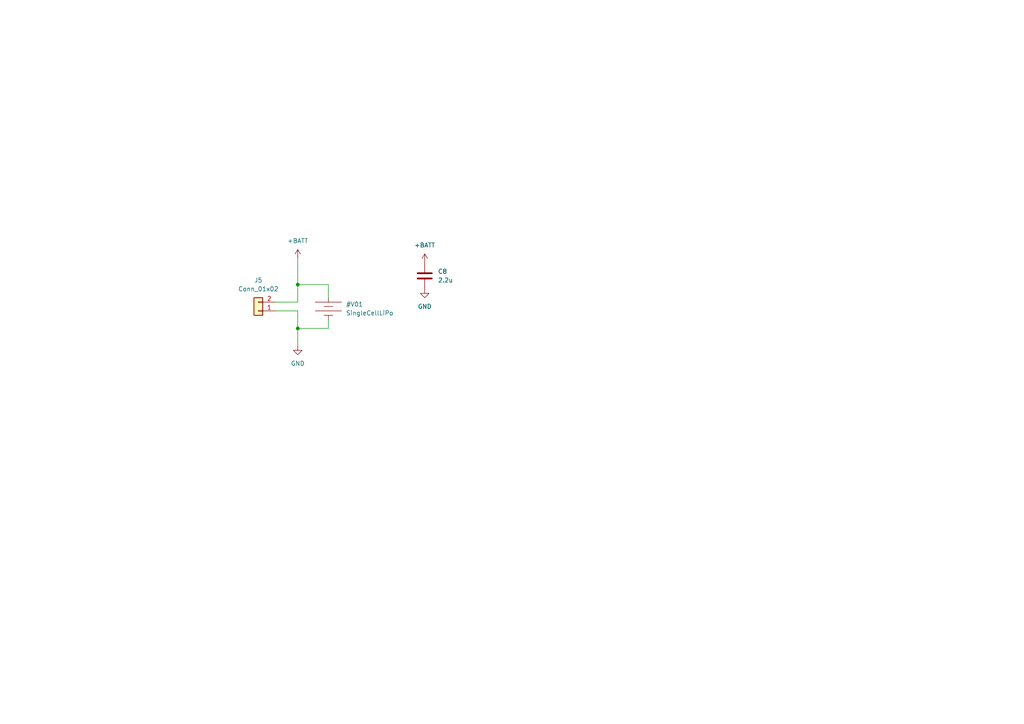
<source format=kicad_sch>
(kicad_sch (version 20230121) (generator eeschema)
  (paper "A4")
  (lib_symbols
    (symbol "Connector_Generic:Conn_01x02" (pin_names (offset 1.016) hide)
      (property "Reference" "J" (at 0 2.54 0))
      (property "Value" "Conn_01x02" (at 0 -5.08 0))
      (symbol "Conn_01x02_1_1"
        (rectangle (start -1.27 -2.413) (end 0 -2.667) (stroke (width 0.1524)))
        (rectangle (start -1.27 0.127) (end 0 -0.127) (stroke (width 0.1524)))
        (rectangle (start -1.27 1.27) (end 1.27 -3.81) (stroke (width 0.254)) (fill (type background)))
        (pin passive line (at -5.08 0 0) (length 3.81) (name "Pin_1") (number "1"))
        (pin passive line (at -5.08 -2.54 0) (length 3.81) (name "Pin_2") (number "2"))
      )
    )
    (symbol "Device:C" (pin_numbers hide) (pin_names (offset 0.254))
      (property "Reference" "C" (at 0.635 2.54 0))
      (property "Value" "C" (at 0.635 -2.54 0))
      (symbol "C_0_1"
        (polyline (pts (xy -2.032 -0.762) (xy 2.032 -0.762)) (stroke (width 0.508)))
        (polyline (pts (xy -2.032 0.762) (xy 2.032 0.762)) (stroke (width 0.508)))
      )
      (symbol "C_1_1"
        (pin passive line (at 0 3.81 270) (length 2.794) (name "~") (number "1"))
        (pin passive line (at 0 -3.81 90) (length 2.794) (name "~") (number "2"))
      )
    )
    (symbol "minimouse:SingleCellLiPo" (power) (pin_numbers hide) (pin_names hide) (in_bom no) (on_board no)
      (property "Reference" "V" (at 1.8796 0.3048 0))
      (property "Value" "SingleCellLiPo" (at -11.43 1.27 0))
      (symbol "SingleCellLiPo_0_1"
        (polyline (pts (xy -3.81 0) (xy 3.81 0)))
        (polyline (pts (xy -3.81 2.54) (xy 3.81 2.54)))
        (polyline (pts (xy -1.27 -1.27) (xy 1.27 -1.27)))
        (polyline (pts (xy -1.27 1.27) (xy 1.27 1.27)))
      )
      (symbol "SingleCellLiPo_1_1"
        (pin power_out line (at 0 -2.54 90) (length 1.27) (name "+") (number ""))
        (pin power_out line (at 0 3.81 270) (length 1.27) (name "+") (number ""))
      )
    )
    (symbol "power:+BATT" (power) (pin_names (offset 0))
      (property "Value" "+BATT" (at 0 3.556 0))
      (symbol "+BATT_0_1"
        (polyline (pts (xy -0.762 1.27) (xy 0 2.54)))
        (polyline (pts (xy 0 0) (xy 0 2.54)))
        (polyline (pts (xy 0 2.54) (xy 0.762 1.27)))
      )
      (symbol "+BATT_1_1"
        (pin power_in line (at 0 0 90) (length 0) hide (name "+BATT") (number "1"))
      )
    )
    (symbol "power:GND" (power) (pin_names (offset 0))
      (property "Value" "GND" (at 0 -3.81 0))
      (symbol "GND_0_1"
        (polyline (pts (xy 0 0) (xy 0 -1.27) (xy 1.27 -1.27) (xy 0 -2.54) (xy -1.27 -1.27) (xy 0 -1.27)))
      )
      (symbol "GND_1_1"
        (pin power_in line (at 0 0 270) (length 0) hide (name "GND") (number "1"))
      )
    )
  )
  (junction (at 86.36 82.55))
  (junction (at 86.36 95.25))
  (wire (pts (xy 86.36 90.17) (xy 86.36 95.25)))
  (wire (pts (xy 95.25 82.55) (xy 86.36 82.55)))
  (wire (pts (xy 95.25 86.36) (xy 95.25 82.55)))
  (wire (pts (xy 95.25 92.71) (xy 95.25 95.25)))
  (wire (pts (xy 80.01 87.63) (xy 86.36 87.63)))
  (wire (pts (xy 86.36 95.25) (xy 86.36 100.33)))
  (wire (pts (xy 95.25 95.25) (xy 86.36 95.25)))
  (wire (pts (xy 86.36 82.55) (xy 86.36 87.63)))
  (wire (pts (xy 86.36 74.93) (xy 86.36 82.55)))
  (wire (pts (xy 80.01 90.17) (xy 86.36 90.17)))
  (symbol (lib_id "Device:C") (at 123.19 80.01 0) (unit 1)
    (property "Reference" "C8" (at 127 78.74 0) (effects (justify left)))
    (property "Value" "2.2u" (at 127 81.28 0) (effects (justify left)))
    (instances (project "minimouse" (path "" (reference "C8") (unit 1)) (path "" (reference "C9") (unit 1)) (path "" (reference "C10") (unit 1))))
  )
  (symbol (lib_id "power:+BATT") (at 86.36 74.93 0) (unit 1)
    (property "Reference" "#PWR036" (effects hide))
    (property "Value" "+BATT" (at 86.36 69.85 0))
  )
  (symbol (lib_id "minimouse:SingleCellLiPo") (at 95.25 90.17 0) (unit 1) (in_bom no) (on_board no)
    (property "Reference" "#V01" (at 100.33 88.265 0) (effects (justify left)))
    (property "Value" "SingleCellLiPo" (at 100.33 90.805 0) (effects (justify left)))
  )
  (symbol (lib_id "power:+BATT") (at 123.19 76.2 0) (unit 1)
    (property "Reference" "#PWR032" (effects hide))
    (property "Value" "+BATT" (at 123.19 71.12 0))
  )
  (symbol (lib_id "power:GND") (at 123.19 83.82 0) (unit 1)
    (property "Reference" "#PWR027" (effects hide))
    (property "Value" "GND" (at 123.19 88.9 0))
    (instances (project "minimouse" (path "" (reference "#PWR027") (unit 1)) (path "" (reference "#PWR028") (unit 1)) (path "" (reference "#PWR029") (unit 1))))
  )
  (symbol (lib_id "Connector_Generic:Conn_01x02") (at 74.93 90.17 180) (unit 1)
    (property "Reference" "J5" (at 74.93 81.28 0))
    (property "Value" "Conn_01x02" (at 74.93 83.82 0))
    (property "Footprint" "Connector_PinHeader_2.54mm:PinHeader_1x02_P2.54mm_Vertical" (effects hide))
  )
  (symbol (lib_id "power:GND") (at 86.36 100.33 0) (unit 1)
    (property "Reference" "#PWR037" (effects hide))
    (property "Value" "GND" (at 86.36 105.41 0))
  )
)
</source>
